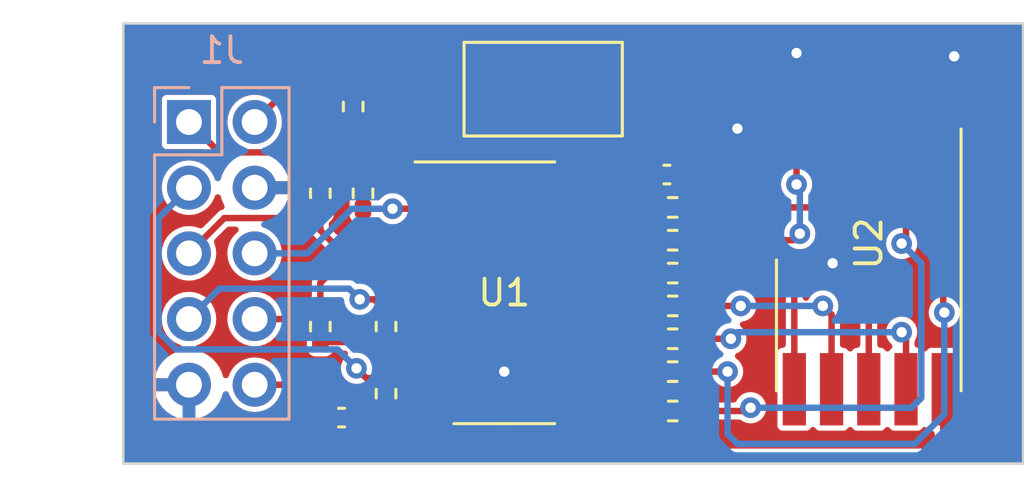
<source format=kicad_pcb>
(kicad_pcb (version 20221018) (generator pcbnew)
  (layers (0 "F.Cu" signal) (31 "B.Cu" signal) (34 "B.Paste" user) (35 "F.Paste" user) (36 "B.SilkS" user "B.Silkscreen") (37 "F.SilkS" user "F.Silkscreen") (38 "B.Mask" user) (39 "F.Mask" user) (44 "Edge.Cuts" user))
  (net 0 "")
  (net 1 "VCC")
  (net 2 "GND")
  (net 3 "D3")
  (net 4 "D0")
  (net 5 "D1")
  (net 6 "BUTTON")
  (net 7 "D2")
  (net 8 "DP")
  (net 9 "Net-(U1-Qa)")
  (net 10 "Net-(U2-A)")
  (net 11 "Net-(U1-Qb)")
  (net 12 "Net-(U2-B)")
  (net 13 "Net-(U1-Qc)")
  (net 14 "Net-(U2-C)")
  (net 15 "Net-(U1-Qd)")
  (net 16 "Net-(U2-D)")
  (net 17 "Net-(U1-Qe)")
  (net 18 "Net-(U2-E)")
  (net 19 "Net-(U1-Qf)")
  (net 20 "Net-(U2-F)")
  (net 21 "Net-(U1-Qg)")
  (net 22 "Net-(U2-G)")
  (net 23 "Net-(U2-DP)")
  (net 24 "BL")
  (footprint "Display_7Segment:KCSC02-105" (layer "F.Cu") (at 186.309 63.754 90)
    (fp_text reference "U2" (at 0.635 0 90) (layer "F.SilkS"))
    (fp_text value "KCSA02-105")
    (fp_line (start -5.06 -3.57) (end 0 -3.57) (stroke (width 0.12)) (layer "F.SilkS"))
    (fp_line (start 5.06 3.57) (end -5.06 3.57) (stroke (width 0.12)) (layer "F.SilkS"))
    (pad "1" smd rect (at -5 -2.88 90) (size 2.8 0.9) (layers "F.Cu" "F.Paste" "F.Mask") (net 18 "Net-(U2-E)"))
    (pad "2" smd rect (at -5 -1.44 90) (size 2.8 0.9) (layers "F.Cu" "F.Paste" "F.Mask") (net 16 "Net-(U2-D)"))
    (pad "3" smd rect (at -5 0 90) (size 2.8 0.9) (layers "F.Cu" "F.Paste" "F.Mask") (net 1 "VCC"))
    (pad "4" smd rect (at -5 1.44 90) (size 2.8 0.9) (layers "F.Cu" "F.Paste" "F.Mask") (net 14 "Net-(U2-C)"))
    (pad "5" smd rect (at -5 2.88 90) (size 2.8 0.9) (layers "F.Cu" "F.Paste" "F.Mask") (net 23 "Net-(U2-DP)"))
    (pad "6" smd rect (at 5 2.88 90) (size 2.8 0.9) (layers "F.Cu" "F.Paste" "F.Mask") (net 12 "Net-(U2-B)"))
    (pad "7" smd rect (at 5 1.44 90) (size 2.8 0.9) (layers "F.Cu" "F.Paste" "F.Mask") (net 10 "Net-(U2-A)"))
    (pad "8" smd rect (at 5 0 90) (size 2.8 0.9) (layers "F.Cu" "F.Paste" "F.Mask") (net 1 "VCC"))
    (pad "9" smd rect (at 5 -1.44 90) (size 2.8 0.9) (layers "F.Cu" "F.Paste" "F.Mask") (net 20 "Net-(U2-F)"))
    (pad "10" smd rect (at 5 -2.88 90) (size 2.8 0.9) (layers "F.Cu" "F.Paste" "F.Mask") (net 22 "Net-(U2-G)"))
  )
  (footprint "Capacitor_SMD:C_0402_1005Metric_Pad0.74x0.62mm_HandSolder" (layer "F.Cu") (at 178.5025 60.452)
    (fp_text reference "C1" hide)
    (fp_text value "C")
    (fp_line (start -0.115835 -0.36) (end 0.115835 -0.36) (stroke (width 0.12)) (layer "F.SilkS"))
    (fp_line (start -0.115835 0.36) (end 0.115835 0.36) (stroke (width 0.12)) (layer "F.SilkS"))
    (pad "1" smd roundrect (at -0.5675 0) (size 0.735 0.62) (layers "F.Cu" "F.Paste" "F.Mask") (net 1 "VCC"))
    (pad "2" smd roundrect (at 0.5675 0) (size 0.735 0.62) (layers "F.Cu" "F.Paste" "F.Mask") (net 2 "GND"))
  )
  (footprint "Resistor_SMD:R_0402_1005Metric_Pad0.72x0.64mm_HandSolder" (layer "F.Cu") (at 165.1 66.3315 -90)
    (fp_text reference "R13" hide)
    (fp_text value "10k" hide)
    (fp_line (start -0.167621 -0.38) (end 0.167621 -0.38) (stroke (width 0.12)) (layer "F.SilkS"))
    (fp_line (start -0.167621 0.38) (end 0.167621 0.38) (stroke (width 0.12)) (layer "F.SilkS"))
    (pad "1" smd roundrect (at -0.5975 0 270) (size 0.715 0.64) (layers "F.Cu" "F.Paste" "F.Mask") (net 3 "D3"))
    (pad "2" smd roundrect (at 0.5975 0 270) (size 0.715 0.64) (layers "F.Cu" "F.Paste" "F.Mask") (net 1 "VCC"))
  )
  (footprint "Resistor_SMD:R_0402_1005Metric_Pad0.72x0.64mm_HandSolder" (layer "F.Cu") (at 166.37 57.8225 -90)
    (fp_text reference "R8" hide)
    (fp_text value "10k" hide)
    (fp_line (start -0.167621 -0.38) (end 0.167621 -0.38) (stroke (width 0.12)) (layer "F.SilkS"))
    (fp_line (start -0.167621 0.38) (end 0.167621 0.38) (stroke (width 0.12)) (layer "F.SilkS"))
    (pad "1" smd roundrect (at -0.5975 0 270) (size 0.715 0.64) (layers "F.Cu" "F.Paste" "F.Mask") (net 6 "BUTTON"))
    (pad "2" smd roundrect (at 0.5975 0 270) (size 0.715 0.64) (layers "F.Cu" "F.Paste" "F.Mask") (net 2 "GND"))
  )
  (footprint "Resistor_SMD:R_0402_1005Metric_Pad0.72x0.64mm_HandSolder" (layer "F.Cu") (at 167.64 68.9235 90)
    (fp_text reference "R14" hide)
    (fp_text value "10k" hide)
    (fp_line (start -0.167621 -0.38) (end 0.167621 -0.38) (stroke (width 0.12)) (layer "F.SilkS"))
    (fp_line (start -0.167621 0.38) (end 0.167621 0.38) (stroke (width 0.12)) (layer "F.SilkS"))
    (pad "1" smd roundrect (at -0.5975 0 90) (size 0.715 0.64) (layers "F.Cu" "F.Paste" "F.Mask") (net 2 "GND"))
    (pad "2" smd roundrect (at 0.5975 0 90) (size 0.715 0.64) (layers "F.Cu" "F.Paste" "F.Mask") (net 24 "BL"))
  )
  (footprint "Resistor_SMD:R_0402_1005Metric_Pad0.72x0.64mm_HandSolder" (layer "F.Cu") (at 178.7265 62.992)
    (fp_text reference "R7" hide)
    (fp_text value "470")
    (fp_line (start -0.167621 -0.38) (end 0.167621 -0.38) (stroke (width 0.12)) (layer "F.SilkS"))
    (fp_line (start -0.167621 0.38) (end 0.167621 0.38) (stroke (width 0.12)) (layer "F.SilkS"))
    (pad "1" smd roundrect (at -0.5975 0) (size 0.715 0.64) (layers "F.Cu" "F.Paste" "F.Mask") (net 21 "Net-(U1-Qg)"))
    (pad "2" smd roundrect (at 0.5975 0) (size 0.715 0.64) (layers "F.Cu" "F.Paste" "F.Mask") (net 22 "Net-(U2-G)"))
  )
  (footprint "Resistor_SMD:R_0402_1005Metric_Pad0.72x0.64mm_HandSolder" (layer "F.Cu") (at 178.7265 66.802)
    (fp_text reference "R3" hide)
    (fp_text value "470")
    (fp_line (start -0.167621 -0.38) (end 0.167621 -0.38) (stroke (width 0.12)) (layer "F.SilkS"))
    (fp_line (start -0.167621 0.38) (end 0.167621 0.38) (stroke (width 0.12)) (layer "F.SilkS"))
    (pad "1" smd roundrect (at -0.5975 0) (size 0.715 0.64) (layers "F.Cu" "F.Paste" "F.Mask") (net 13 "Net-(U1-Qc)"))
    (pad "2" smd roundrect (at 0.5975 0) (size 0.715 0.64) (layers "F.Cu" "F.Paste" "F.Mask") (net 14 "Net-(U2-C)"))
  )
  (footprint "Resistor_SMD:R_0402_1005Metric_Pad0.72x0.64mm_HandSolder" (layer "F.Cu") (at 178.7265 68.072)
    (fp_text reference "R2" hide)
    (fp_text value "470")
    (fp_line (start -0.167621 -0.38) (end 0.167621 -0.38) (stroke (width 0.12)) (layer "F.SilkS"))
    (fp_line (start -0.167621 0.38) (end 0.167621 0.38) (stroke (width 0.12)) (layer "F.SilkS"))
    (pad "1" smd roundrect (at -0.5975 0) (size 0.715 0.64) (layers "F.Cu" "F.Paste" "F.Mask") (net 11 "Net-(U1-Qb)"))
    (pad "2" smd roundrect (at 0.5975 0) (size 0.715 0.64) (layers "F.Cu" "F.Paste" "F.Mask") (net 12 "Net-(U2-B)"))
  )
  (footprint "Resistor_SMD:R_0402_1005Metric_Pad0.72x0.64mm_HandSolder" (layer "F.Cu") (at 167.64 66.3315 -90)
    (fp_text reference "R10" hide)
    (fp_text value "10k" hide)
    (fp_line (start -0.167621 -0.38) (end 0.167621 -0.38) (stroke (width 0.12)) (layer "F.SilkS"))
    (fp_line (start -0.167621 0.38) (end 0.167621 0.38) (stroke (width 0.12)) (layer "F.SilkS"))
    (pad "1" smd roundrect (at -0.5975 0 270) (size 0.715 0.64) (layers "F.Cu" "F.Paste" "F.Mask") (net 4 "D0"))
    (pad "2" smd roundrect (at 0.5975 0 270) (size 0.715 0.64) (layers "F.Cu" "F.Paste" "F.Mask") (net 1 "VCC"))
  )
  (footprint "Resistor_SMD:R_0402_1005Metric_Pad0.72x0.64mm_HandSolder" (layer "F.Cu") (at 166.751 61.1765 90)
    (fp_text reference "R12" hide)
    (fp_text value "10k" hide)
    (fp_line (start -0.167621 -0.38) (end 0.167621 -0.38) (stroke (width 0.12)) (layer "F.SilkS"))
    (fp_line (start -0.167621 0.38) (end 0.167621 0.38) (stroke (width 0.12)) (layer "F.SilkS"))
    (pad "1" smd roundrect (at -0.5975 0 90) (size 0.715 0.64) (layers "F.Cu" "F.Paste" "F.Mask") (net 7 "D2"))
    (pad "2" smd roundrect (at 0.5975 0 90) (size 0.715 0.64) (layers "F.Cu" "F.Paste" "F.Mask") (net 1 "VCC"))
  )
  (footprint "Resistor_SMD:R_0402_1005Metric_Pad0.72x0.64mm_HandSolder" (layer "F.Cu") (at 178.7265 69.596)
    (fp_text reference "R1" hide)
    (fp_text value "470" hide)
    (fp_line (start -0.167621 -0.38) (end 0.167621 -0.38) (stroke (width 0.12)) (layer "F.SilkS"))
    (fp_line (start -0.167621 0.38) (end 0.167621 0.38) (stroke (width 0.12)) (layer "F.SilkS"))
    (pad "1" smd roundrect (at -0.5975 0) (size 0.715 0.64) (layers "F.Cu" "F.Paste" "F.Mask") (net 9 "Net-(U1-Qa)"))
    (pad "2" smd roundrect (at 0.5975 0) (size 0.715 0.64) (layers "F.Cu" "F.Paste" "F.Mask") (net 10 "Net-(U2-A)"))
  )
  (footprint "Capacitor_SMD:C_0402_1005Metric_Pad0.74x0.62mm_HandSolder" (layer "F.Cu") (at 165.9215 69.85)
    (fp_text reference "R9" hide)
    (fp_text value "470" hide)
    (fp_line (start -0.115835 -0.36) (end 0.115835 -0.36) (stroke (width 0.12)) (layer "F.SilkS"))
    (fp_line (start -0.115835 0.36) (end 0.115835 0.36) (stroke (width 0.12)) (layer "F.SilkS"))
    (pad "1" smd roundrect (at -0.5675 0) (size 0.735 0.62) (layers "F.Cu" "F.Paste" "F.Mask") (net 8 "DP"))
    (pad "2" smd roundrect (at 0.5675 0) (size 0.735 0.62) (layers "F.Cu" "F.Paste" "F.Mask") (net 23 "Net-(U2-DP)"))
  )
  (footprint "Resistor_SMD:R_0402_1005Metric_Pad0.72x0.64mm_HandSolder" (layer "F.Cu") (at 178.7265 64.262)
    (fp_text reference "R5" hide)
    (fp_text value "470")
    (fp_line (start -0.167621 -0.38) (end 0.167621 -0.38) (stroke (width 0.12)) (layer "F.SilkS"))
    (fp_line (start -0.167621 0.38) (end 0.167621 0.38) (stroke (width 0.12)) (layer "F.SilkS"))
    (pad "1" smd roundrect (at -0.5975 0) (size 0.715 0.64) (layers "F.Cu" "F.Paste" "F.Mask") (net 17 "Net-(U1-Qe)"))
    (pad "2" smd roundrect (at 0.5975 0) (size 0.715 0.64) (layers "F.Cu" "F.Paste" "F.Mask") (net 18 "Net-(U2-E)"))
  )
  (footprint "Resistor_SMD:R_0402_1005Metric_Pad0.72x0.64mm_HandSolder" (layer "F.Cu") (at 178.7265 65.532)
    (fp_text reference "R4" hide)
    (fp_text value "470")
    (fp_line (start -0.167621 -0.38) (end 0.167621 -0.38) (stroke (width 0.12)) (layer "F.SilkS"))
    (fp_line (start -0.167621 0.38) (end 0.167621 0.38) (stroke (width 0.12)) (layer "F.SilkS"))
    (pad "1" smd roundrect (at -0.5975 0) (size 0.715 0.64) (layers "F.Cu" "F.Paste" "F.Mask") (net 15 "Net-(U1-Qd)"))
    (pad "2" smd roundrect (at 0.5975 0) (size 0.715 0.64) (layers "F.Cu" "F.Paste" "F.Mask") (net 16 "Net-(U2-D)"))
  )
  (footprint "Button_Switch_SMD:SW_SPST_FSMSM" (layer "F.Cu") (at 173.718 57.15)
    (fp_text reference "SW1" hide)
    (fp_text value "SW_Push")
    (fp_line (start -3.06 -1.81) (end 3.06 -1.81) (stroke (width 0.12)) (layer "F.SilkS"))
    (fp_line (start -3.06 1.81) (end -3.06 -1.81) (stroke (width 0.12)) (layer "F.SilkS"))
    (fp_line (start 3.06 -1.81) (end 3.06 1.81) (stroke (width 0.12)) (layer "F.SilkS"))
    (fp_line (start 3.06 1.81) (end -3.06 1.81) (stroke (width 0.12)) (layer "F.SilkS"))
    (pad "1" smd rect (at -4.59 0) (size 2.18 1.6) (layers "F.Cu" "F.Paste" "F.Mask") (net 6 "BUTTON"))
    (pad "2" smd rect (at 4.59 0) (size 2.18 1.6) (layers "F.Cu" "F.Paste" "F.Mask") (net 1 "VCC"))
  )
  (footprint "Resistor_SMD:R_0402_1005Metric_Pad0.72x0.64mm_HandSolder" (layer "F.Cu") (at 165.1 61.1765 90)
    (fp_text reference "R11" hide)
    (fp_text value "10k" hide)
    (fp_line (start -0.167621 -0.38) (end 0.167621 -0.38) (stroke (width 0.12)) (layer "F.SilkS"))
    (fp_line (start -0.167621 0.38) (end 0.167621 0.38) (stroke (width 0.12)) (layer "F.SilkS"))
    (pad "1" smd roundrect (at -0.5975 0 90) (size 0.715 0.64) (layers "F.Cu" "F.Paste" "F.Mask") (net 5 "D1"))
    (pad "2" smd roundrect (at 0.5975 0 90) (size 0.715 0.64) (layers "F.Cu" "F.Paste" "F.Mask") (net 1 "VCC"))
  )
  (footprint "Package_SO:SOIC-16_3.9x9.9mm_P1.27mm" (layer "F.Cu") (at 172.212 65.024)
    (fp_text reference "U1" (at 0 0) (layer "F.SilkS"))
    (fp_text value "4543" hide)
    (fp_line (start 0 -5.06) (end -3.45 -5.06) (stroke (width 0.12)) (layer "F.SilkS"))
    (fp_line (start 0 -5.06) (end 1.95 -5.06) (stroke (width 0.12)) (layer "F.SilkS"))
    (fp_line (start 0 5.06) (end -1.95 5.06) (stroke (width 0.12)) (layer "F.SilkS"))
    (fp_line (start 0 5.06) (end 1.95 5.06) (stroke (width 0.12)) (layer "F.SilkS"))
    (pad "1" smd roundrect (at -2.475 -4.445) (size 1.95 0.6) (layers "F.Cu" "F.Paste" "F.Mask") (net 1 "VCC"))
    (pad "2" smd roundrect (at -2.475 -3.175) (size 1.95 0.6) (layers "F.Cu" "F.Paste" "F.Mask") (net 7 "D2"))
    (pad "3" smd roundrect (at -2.475 -1.905) (size 1.95 0.6) (layers "F.Cu" "F.Paste" "F.Mask") (net 5 "D1"))
    (pad "4" smd roundrect (at -2.475 -0.635) (size 1.95 0.6) (layers "F.Cu" "F.Paste" "F.Mask") (net 3 "D3"))
    (pad "5" smd roundrect (at -2.475 0.635) (size 1.95 0.6) (layers "F.Cu" "F.Paste" "F.Mask") (net 4 "D0"))
    (pad "6" smd roundrect (at -2.475 1.905) (size 1.95 0.6) (layers "F.Cu" "F.Paste" "F.Mask") (net 1 "VCC"))
    (pad "7" smd roundrect (at -2.475 3.175) (size 1.95 0.6) (layers "F.Cu" "F.Paste" "F.Mask") (net 24 "BL"))
    (pad "8" smd roundrect (at -2.475 4.445) (size 1.95 0.6) (layers "F.Cu" "F.Paste" "F.Mask") (net 2 "GND"))
    (pad "9" smd roundrect (at 2.475 4.445) (size 1.95 0.6) (layers "F.Cu" "F.Paste" "F.Mask") (net 9 "Net-(U1-Qa)"))
    (pad "10" smd roundrect (at 2.475 3.175) (size 1.95 0.6) (layers "F.Cu" "F.Paste" "F.Mask") (net 11 "Net-(U1-Qb)"))
    (pad "11" smd roundrect (at 2.475 1.905) (size 1.95 0.6) (layers "F.Cu" "F.Paste" "F.Mask") (net 13 "Net-(U1-Qc)"))
    (pad "12" smd roundrect (at 2.475 0.635) (size 1.95 0.6) (layers "F.Cu" "F.Paste" "F.Mask") (net 15 "Net-(U1-Qd)"))
    (pad "13" smd roundrect (at 2.475 -0.635) (size 1.95 0.6) (layers "F.Cu" "F.Paste" "F.Mask") (net 17 "Net-(U1-Qe)"))
    (pad "14" smd roundrect (at 2.475 -1.905) (size 1.95 0.6) (layers "F.Cu" "F.Paste" "F.Mask") (net 21 "Net-(U1-Qg)"))
    (pad "15" smd roundrect (at 2.475 -3.175) (size 1.95 0.6) (layers "F.Cu" "F.Paste" "F.Mask") (net 19 "Net-(U1-Qf)"))
    (pad "16" smd roundrect (at 2.475 -4.445) (size 1.95 0.6) (layers "F.Cu" "F.Paste" "F.Mask") (net 1 "VCC"))
  )
  (footprint "Resistor_SMD:R_0402_1005Metric_Pad0.72x0.64mm_HandSolder" (layer "F.Cu") (at 178.7265 61.722)
    (fp_text reference "R6" hide)
    (fp_text value "470")
    (fp_line (start -0.167621 -0.38) (end 0.167621 -0.38) (stroke (width 0.12)) (layer "F.SilkS"))
    (fp_line (start -0.167621 0.38) (end 0.167621 0.38) (stroke (width 0.12)) (layer "F.SilkS"))
    (pad "1" smd roundrect (at -0.5975 0) (size 0.715 0.64) (layers "F.Cu" "F.Paste" "F.Mask") (net 19 "Net-(U1-Qf)"))
    (pad "2" smd roundrect (at 0.5975 0) (size 0.715 0.64) (layers "F.Cu" "F.Paste" "F.Mask") (net 20 "Net-(U2-F)"))
  )
  (footprint "Connector_PinSocket_2.54mm:PinSocket_2x05_P2.54mm_Vertical" (layer "B.Cu") (at 160.02 58.42 180)
    (fp_text reference "J1" (at -1.27 2.77) (layer "B.SilkS") (effects (justify mirror)))
    (fp_text value "Conn_02x05_Odd_Even")
    (fp_line (start -3.87 -11.49) (end 1.33 -11.49) (stroke (width 0.12)) (layer "B.SilkS"))
    (fp_line (start -3.87 1.33) (end -3.87 -11.49) (stroke (width 0.12)) (layer "B.SilkS"))
    (fp_line (start -3.87 1.33) (end -1.27 1.33) (stroke (width 0.12)) (layer "B.SilkS"))
    (fp_line (start -1.27 -1.27) (end 1.33 -1.27) (stroke (width 0.12)) (layer "B.SilkS"))
    (fp_line (start -1.27 1.33) (end -1.27 -1.27) (stroke (width 0.12)) (layer "B.SilkS"))
    (fp_line (start 0 1.33) (end 1.33 1.33) (stroke (width 0.12)) (layer "B.SilkS"))
    (fp_line (start 1.33 -1.27) (end 1.33 -11.49) (stroke (width 0.12)) (layer "B.SilkS"))
    (fp_line (start 1.33 1.33) (end 1.33 0) (stroke (width 0.12)) (layer "B.SilkS"))
    (pad "1" thru_hole rect (at 0 0 180) (size 1.7 1.7) (drill 1) (layers "*.Cu" "*.Mask") (net 1 "VCC"))
    (pad "2" thru_hole oval (at -2.54 0 180) (size 1.7 1.7) (drill 1) (layers "*.Cu" "*.Mask") (net 6 "BUTTON"))
    (pad "3" thru_hole oval (at 0 -2.54 180) (size 1.7 1.7) (drill 1) (layers "*.Cu" "*.Mask") (net 24 "BL"))
    (pad "4" thru_hole oval (at -2.54 -2.54 180) (size 1.7 1.7) (drill 1) (layers "*.Cu" "*.Mask") (net 2 "GND"))
    (pad "5" thru_hole oval (at 0 -5.08 180) (size 1.7 1.7) (drill 1) (layers "*.Cu" "*.Mask") (net 5 "D1"))
    (pad "6" thru_hole oval (at -2.54 -5.08 180) (size 1.7 1.7) (drill 1) (layers "*.Cu" "*.Mask") (net 7 "D2"))
    (pad "7" thru_hole oval (at 0 -7.62 180) (size 1.7 1.7) (drill 1) (layers "*.Cu" "*.Mask") (net 4 "D0"))
    (pad "8" thru_hole oval (at -2.54 -7.62 180) (size 1.7 1.7) (drill 1) (layers "*.Cu" "*.Mask") (net 3 "D3"))
    (pad "9" thru_hole oval (at 0 -10.16 180) (size 1.7 1.7) (drill 1) (layers "*.Cu" "*.Mask") (net 2 "GND"))
    (pad "10" thru_hole oval (at -2.54 -10.16 180) (size 1.7 1.7) (drill 1) (layers "*.Cu" "*.Mask") (net 8 "DP"))
  )
  (gr_rect (start 157.48 54.61) (end 192.278 71.628) (stroke (width 0.1)) (fill none) (layer "Edge.Cuts"))
  (segment (start 165.1 60.579) (end 166.751 60.579) (width 0.25) (layer "F.Cu") (net 1))
  (segment (start 186.309 58.754) (end 186.309 68.754) (width 0.25) (layer "F.Cu") (net 1))
  (segment (start 160.02 58.42) (end 161.195 59.595) (width 0.25) (layer "F.Cu") (net 1))
  (segment (start 171.831 60.579) (end 175.762 60.579) (width 0.25) (layer "F.Cu") (net 1))
  (segment (start 172.212 66.294) (end 172.212 60.96) (width 0.25) (layer "F.Cu") (net 1))
  (segment (start 167.64 66.929) (end 169.737 66.929) (width 0.25) (layer "F.Cu") (net 1))
  (segment (start 176.276 57.15) (end 175.762 57.664) (width 0.25) (layer "F.Cu") (net 1))
  (segment (start 175.889 60.452) (end 175.762 60.579) (width 0.25) (layer "F.Cu") (net 1))
  (segment (start 161.195 59.595) (end 164.878 59.595) (width 0.25) (layer "F.Cu") (net 1))
  (segment (start 178.562 56.896) (end 180.34 56.896) (width 0.25) (layer "F.Cu") (net 1))
  (segment (start 169.737 60.579) (end 166.751 60.579) (width 0.25) (layer "F.Cu") (net 1))
  (segment (start 171.577 66.929) (end 172.212 66.294) (width 0.25) (layer "F.Cu") (net 1))
  (segment (start 175.762 57.664) (end 175.762 60.579) (width 0.25) (layer "F.Cu") (net 1))
  (segment (start 169.737 66.929) (end 171.577 66.929) (width 0.25) (layer "F.Cu") (net 1))
  (segment (start 185.674 56.515) (end 186.309 57.15) (width 0.25) (layer "F.Cu") (net 1))
  (segment (start 170.18 60.579) (end 171.831 60.579) (width 0.25) (layer "F.Cu") (net 1))
  (segment (start 165.1 66.929) (end 167.64 66.929) (width 0.25) (layer "F.Cu") (net 1))
  (segment (start 177.935 60.452) (end 175.889 60.452) (width 0.25) (layer "F.Cu") (net 1))
  (segment (start 180.34 56.896) (end 180.721 56.515) (width 0.25) (layer "F.Cu") (net 1))
  (segment (start 172.212 60.96) (end 171.831 60.579) (width 0.25) (layer "F.Cu") (net 1))
  (segment (start 165.1 59.817) (end 165.1 60.579) (width 0.25) (layer "F.Cu") (net 1))
  (segment (start 180.721 56.515) (end 185.674 56.515) (width 0.25) (layer "F.Cu") (net 1))
  (segment (start 186.309 57.15) (end 186.309 58.754) (width 0.25) (layer "F.Cu") (net 1))
  (segment (start 164.878 59.595) (end 165.1 59.817) (width 0.25) (layer "F.Cu") (net 1))
  (segment (start 178.308 57.15) (end 178.562 56.896) (width 0.25) (layer "F.Cu") (net 1))
  (segment (start 178.308 57.15) (end 176.276 57.15) (width 0.25) (layer "F.Cu") (net 1))
  (via (at 181.229 58.674) (size 0.8) (drill 0.4) (layers "F.Cu" "B.Cu") (net 2))
  (via (at 184.912 63.881) (size 0.8) (drill 0.4) (layers "F.Cu" "B.Cu") (net 2))
  (via (at 172.212 68.072) (size 0.8) (drill 0.4) (layers "F.Cu" "B.Cu") (net 2))
  (via (at 183.515 55.753) (size 0.8) (drill 0.4) (layers "F.Cu" "B.Cu") (net 2))
  (via (at 189.611 55.88) (size 0.8) (drill 0.4) (layers "F.Cu" "B.Cu") (net 2))
  (segment (start 162.56 66.04) (end 164.794 66.04) (width 0.25) (layer "F.Cu") (net 3))
  (segment (start 165.1 64.643) (end 165.354 64.389) (width 0.25) (layer "F.Cu") (net 3))
  (segment (start 165.1 65.734) (end 165.1 64.643) (width 0.25) (layer "F.Cu") (net 3))
  (segment (start 164.794 66.04) (end 165.1 65.734) (width 0.25) (layer "F.Cu") (net 3))
  (segment (start 165.354 64.389) (end 169.737 64.389) (width 0.25) (layer "F.Cu") (net 3))
  (segment (start 169.737 65.659) (end 167.715 65.659) (width 0.25) (layer "F.Cu") (net 4))
  (segment (start 167.184 65.278) (end 167.64 65.734) (width 0.25) (layer "F.Cu") (net 4))
  (segment (start 167.715 65.659) (end 167.64 65.734) (width 0.25) (layer "F.Cu") (net 4))
  (segment (start 166.624 65.278) (end 167.184 65.278) (width 0.25) (layer "F.Cu") (net 4))
  (via (at 166.624 65.278) (size 0.8) (drill 0.4) (layers "F.Cu" "B.Cu") (net 4))
  (segment (start 160.02 66.04) (end 161.195 64.865) (width 0.25) (layer "B.Cu") (net 4))
  (segment (start 166.211 64.865) (end 166.624 65.278) (width 0.25) (layer "B.Cu") (net 4))
  (segment (start 161.195 64.865) (end 166.211 64.865) (width 0.25) (layer "B.Cu") (net 4))
  (segment (start 169.737 63.119) (end 165.608 63.119) (width 0.25) (layer "F.Cu") (net 5))
  (segment (start 165.608 63.119) (end 165.1 62.611) (width 0.25) (layer "F.Cu") (net 5))
  (segment (start 161.385 62.135) (end 164.739 62.135) (width 0.25) (layer "F.Cu") (net 5))
  (segment (start 165.1 62.611) (end 165.1 61.774) (width 0.25) (layer "F.Cu") (net 5))
  (segment (start 164.739 62.135) (end 165.1 61.774) (width 0.25) (layer "F.Cu") (net 5))
  (segment (start 160.02 63.5) (end 161.385 62.135) (width 0.25) (layer "F.Cu") (net 5))
  (segment (start 163.755 57.225) (end 166.37 57.225) (width 0.25) (layer "F.Cu") (net 6))
  (segment (start 162.56 58.42) (end 163.755 57.225) (width 0.25) (layer "F.Cu") (net 6))
  (segment (start 169.128 57.15) (end 166.445 57.15) (width 0.25) (layer "F.Cu") (net 6))
  (segment (start 166.445 57.15) (end 166.37 57.225) (width 0.25) (layer "F.Cu") (net 6))
  (segment (start 167.894 61.774) (end 169.662 61.774) (width 0.25) (layer "F.Cu") (net 7))
  (segment (start 166.751 61.774) (end 167.894 61.774) (width 0.25) (layer "F.Cu") (net 7))
  (segment (start 169.662 61.774) (end 169.737 61.849) (width 0.25) (layer "F.Cu") (net 7))
  (via (at 167.894 61.774) (size 0.8) (drill 0.4) (layers "F.Cu" "B.Cu") (net 7))
  (segment (start 166.318 61.774) (end 167.894 61.774) (width 0.25) (layer "B.Cu") (net 7))
  (segment (start 162.56 63.5) (end 164.592 63.5) (width 0.25) (layer "B.Cu") (net 7))
  (segment (start 164.592 63.5) (end 166.318 61.774) (width 0.25) (layer "B.Cu") (net 7))
  (segment (start 164.084 68.58) (end 165.354 69.85) (width 0.25) (layer "F.Cu") (net 8))
  (segment (start 162.56 68.58) (end 164.084 68.58) (width 0.25) (layer "F.Cu") (net 8))
  (segment (start 175.889 69.596) (end 175.762 69.469) (width 0.25) (layer "F.Cu") (net 9))
  (segment (start 178.129 69.596) (end 175.889 69.596) (width 0.25) (layer "F.Cu") (net 9))
  (segment (start 187.579 63.119) (end 187.749 62.949) (width 0.25) (layer "F.Cu") (net 10))
  (segment (start 187.749 62.949) (end 187.749 58.754) (width 0.25) (layer "F.Cu") (net 10))
  (segment (start 181.61 69.596) (end 179.324 69.596) (width 0.25) (layer "F.Cu") (net 10))
  (segment (start 181.737 69.469) (end 181.61 69.596) (width 0.25) (layer "F.Cu") (net 10))
  (via (at 181.737 69.469) (size 0.8) (drill 0.4) (layers "F.Cu" "B.Cu") (net 10))
  (via (at 187.579 63.119) (size 0.8) (drill 0.4) (layers "F.Cu" "B.Cu") (net 10))
  (segment (start 188.341 69.088) (end 188.341 63.881) (width 0.25) (layer "B.Cu") (net 10))
  (segment (start 188.341 63.881) (end 187.579 63.119) (width 0.25) (layer "B.Cu") (net 10))
  (segment (start 187.96 69.469) (end 188.341 69.088) (width 0.25) (layer "B.Cu") (net 10))
  (segment (start 181.737 69.469) (end 187.96 69.469) (width 0.25) (layer "B.Cu") (net 10))
  (segment (start 175.889 68.072) (end 175.762 68.199) (width 0.25) (layer "F.Cu") (net 11))
  (segment (start 178.129 68.072) (end 175.889 68.072) (width 0.25) (layer "F.Cu") (net 11))
  (segment (start 189.189 58.754) (end 189.189 65.745) (width 0.25) (layer "F.Cu") (net 12))
  (segment (start 180.848 68.072) (end 179.324 68.072) (width 0.25) (layer "F.Cu") (net 12))
  (segment (start 189.189 65.745) (end 189.23 65.786) (width 0.25) (layer "F.Cu") (net 12))
  (via (at 180.848 68.072) (size 0.8) (drill 0.4) (layers "F.Cu" "B.Cu") (net 12))
  (via (at 189.23 65.786) (size 0.8) (drill 0.4) (layers "F.Cu" "B.Cu") (net 12))
  (segment (start 181.229 70.866) (end 180.848 70.485) (width 0.25) (layer "B.Cu") (net 12))
  (segment (start 188.087 70.866) (end 181.229 70.866) (width 0.25) (layer "B.Cu") (net 12))
  (segment (start 180.848 70.485) (end 180.848 68.072) (width 0.25) (layer "B.Cu") (net 12))
  (segment (start 189.23 65.786) (end 189.23 69.723) (width 0.25) (layer "B.Cu") (net 12))
  (segment (start 189.23 69.723) (end 188.087 70.866) (width 0.25) (layer "B.Cu") (net 12))
  (segment (start 178.129 66.802) (end 175.889 66.802) (width 0.25) (layer "F.Cu") (net 13))
  (segment (start 175.889 66.802) (end 175.762 66.929) (width 0.25) (layer "F.Cu") (net 13))
  (segment (start 187.749 68.754) (end 187.749 66.718) (width 0.25) (layer "F.Cu") (net 14))
  (segment (start 180.975 66.802) (end 179.324 66.802) (width 0.25) (layer "F.Cu") (net 14))
  (segment (start 187.749 66.718) (end 187.579 66.548) (width 0.25) (layer "F.Cu") (net 14))
  (via (at 187.579 66.548) (size 0.8) (drill 0.4) (layers "F.Cu" "B.Cu") (net 14))
  (via (at 180.975 66.802) (size 0.8) (drill 0.4) (layers "F.Cu" "B.Cu") (net 14))
  (segment (start 181.229 66.548) (end 180.975 66.802) (width 0.25) (layer "B.Cu") (net 14))
  (segment (start 187.579 66.548) (end 181.229 66.548) (width 0.25) (layer "B.Cu") (net 14))
  (segment (start 178.129 65.532) (end 175.889 65.532) (width 0.25) (layer "F.Cu") (net 15))
  (segment (start 175.889 65.532) (end 175.762 65.659) (width 0.25) (layer "F.Cu") (net 15))
  (segment (start 184.869 65.87) (end 184.531 65.532) (width 0.25) (layer "F.Cu") (net 16))
  (segment (start 181.356 65.532) (end 179.324 65.532) (width 0.25) (layer "F.Cu") (net 16))
  (segment (start 184.869 68.754) (end 184.869 65.87) (width 0.25) (layer "F.Cu") (net 16))
  (via (at 181.356 65.532) (size 0.8) (drill 0.4) (layers "F.Cu" "B.Cu") (net 16))
  (via (at 184.531 65.532) (size 0.8) (drill 0.4) (layers "F.Cu" "B.Cu") (net 16))
  (segment (start 184.531 65.532) (end 181.356 65.532) (width 0.25) (layer "B.Cu") (net 16))
  (segment (start 178.129 64.262) (end 175.889 64.262) (width 0.25) (layer "F.Cu") (net 17))
  (segment (start 175.889 64.262) (end 175.762 64.389) (width 0.25) (layer "F.Cu") (net 17))
  (segment (start 183.429 68.754) (end 183.429 64.811) (width 0.25) (layer "F.Cu") (net 18))
  (segment (start 182.88 64.262) (end 179.324 64.262) (width 0.25) (layer "F.Cu") (net 18))
  (segment (start 183.429 64.811) (end 182.88 64.262) (width 0.25) (layer "F.Cu") (net 18))
  (segment (start 175.889 61.722) (end 175.762 61.849) (width 0.25) (layer "F.Cu") (net 19))
  (segment (start 178.129 61.722) (end 175.889 61.722) (width 0.25) (layer "F.Cu") (net 19))
  (segment (start 184.404 61.722) (end 184.869 61.257) (width 0.25) (layer "F.Cu") (net 20))
  (segment (start 184.869 61.257) (end 184.869 58.754) (width 0.25) (layer "F.Cu") (net 20))
  (segment (start 179.324 61.722) (end 184.404 61.722) (width 0.25) (layer "F.Cu") (net 20))
  (segment (start 178.129 62.992) (end 175.889 62.992) (width 0.25) (layer "F.Cu") (net 21))
  (segment (start 175.889 62.992) (end 175.762 63.119) (width 0.25) (layer "F.Cu") (net 21))
  (segment (start 183.388 62.992) (end 183.642 62.738) (width 0.25) (layer "F.Cu") (net 22))
  (segment (start 183.515 58.84) (end 183.429 58.754) (width 0.25) (layer "F.Cu") (net 22))
  (segment (start 183.515 60.833) (end 183.515 58.84) (width 0.25) (layer "F.Cu") (net 22))
  (segment (start 179.324 62.992) (end 183.388 62.992) (width 0.25) (layer "F.Cu") (net 22))
  (segment (start 179.578 62.738) (end 179.324 62.992) (width 0.25) (layer "F.Cu") (net 22))
  (via (at 183.642 62.738) (size 0.8) (drill 0.4) (layers "F.Cu" "B.Cu") (net 22))
  (via (at 183.515 60.833) (size 0.8) (drill 0.4) (layers "F.Cu" "B.Cu") (net 22))
  (segment (start 183.642 62.738) (end 183.642 60.96) (width 0.25) (layer "B.Cu") (net 22))
  (segment (start 183.642 60.96) (end 183.515 60.833) (width 0.25) (layer "B.Cu") (net 22))
  (segment (start 188.595 71.374) (end 168.013 71.374) (width 0.25) (layer "F.Cu") (net 23))
  (segment (start 168.013 71.374) (end 166.489 69.85) (width 0.25) (layer "F.Cu") (net 23))
  (segment (start 189.189 70.78) (end 188.595 71.374) (width 0.25) (layer "F.Cu") (net 23))
  (segment (start 189.189 68.754) (end 189.189 70.78) (width 0.25) (layer "F.Cu") (net 23))
  (segment (start 166.878 68.326) (end 166.497 67.945) (width 0.25) (layer "F.Cu") (net 24))
  (segment (start 169.737 68.199) (end 167.767 68.199) (width 0.25) (layer "F.Cu") (net 24))
  (segment (start 167.64 68.326) (end 166.878 68.326) (width 0.25) (layer "F.Cu") (net 24))
  (segment (start 167.767 68.199) (end 167.64 68.326) (width 0.25) (layer "F.Cu") (net 24))
  (via (at 166.497 67.945) (size 0.8) (drill 0.4) (layers "F.Cu" "B.Cu") (net 24))
  (segment (start 159.533299 67.215) (end 158.845 66.526701) (width 0.25) (layer "B.Cu") (net 24))
  (segment (start 166.497 67.945) (end 165.767 67.215) (width 0.25) (layer "B.Cu") (net 24))
  (segment (start 165.767 67.215) (end 159.533299 67.215) (width 0.25) (layer "B.Cu") (net 24))
  (segment (start 158.845 62.135) (end 160.02 60.96) (width 0.25) (layer "B.Cu") (net 24))
  (segment (start 158.845 66.526701) (end 158.845 62.135) (width 0.25) (layer "B.Cu") (net 24))
  (zone (net 2) (net_name "GND") (layers "F&B.Cu") (name "GND") (connect_pads (clearance 0)) (min_thickness 0.25) (fill yes (thermal_gap 0.5) (thermal_bridge_width 0.5))
    (polygon (pts (xy 157.48 54.61) (xy 157.48 71.628) (xy 192.278 71.628) (xy 192.278 54.61)))
  )
)
</source>
